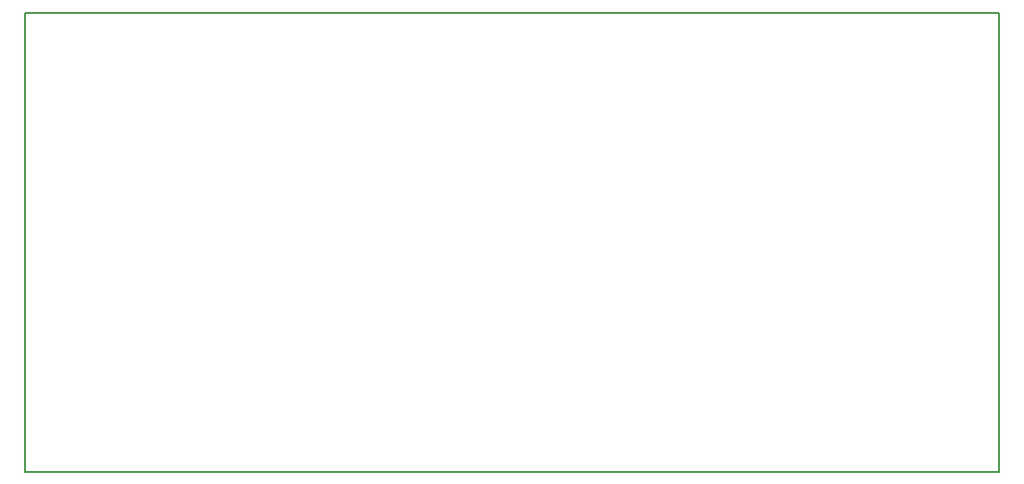
<source format=gbr>
G04 #@! TF.GenerationSoftware,KiCad,Pcbnew,5.0.0*
G04 #@! TF.CreationDate,2018-11-11T17:05:44-05:00*
G04 #@! TF.ProjectId,I2C_PWM_Driver,4932435F50574D5F4472697665722E6B,rev?*
G04 #@! TF.SameCoordinates,Original*
G04 #@! TF.FileFunction,Profile,NP*
%FSLAX46Y46*%
G04 Gerber Fmt 4.6, Leading zero omitted, Abs format (unit mm)*
G04 Created by KiCad (PCBNEW 5.0.0) date Sun Nov 11 17:05:44 2018*
%MOMM*%
%LPD*%
G01*
G04 APERTURE LIST*
%ADD10C,0.150000*%
G04 APERTURE END LIST*
D10*
X74000000Y-48000000D02*
X163000000Y-48000000D01*
X74000000Y-90000000D02*
X74000000Y-48000000D01*
X163000000Y-90000000D02*
X74000000Y-90000000D01*
X163000000Y-48000000D02*
X163000000Y-90000000D01*
M02*

</source>
